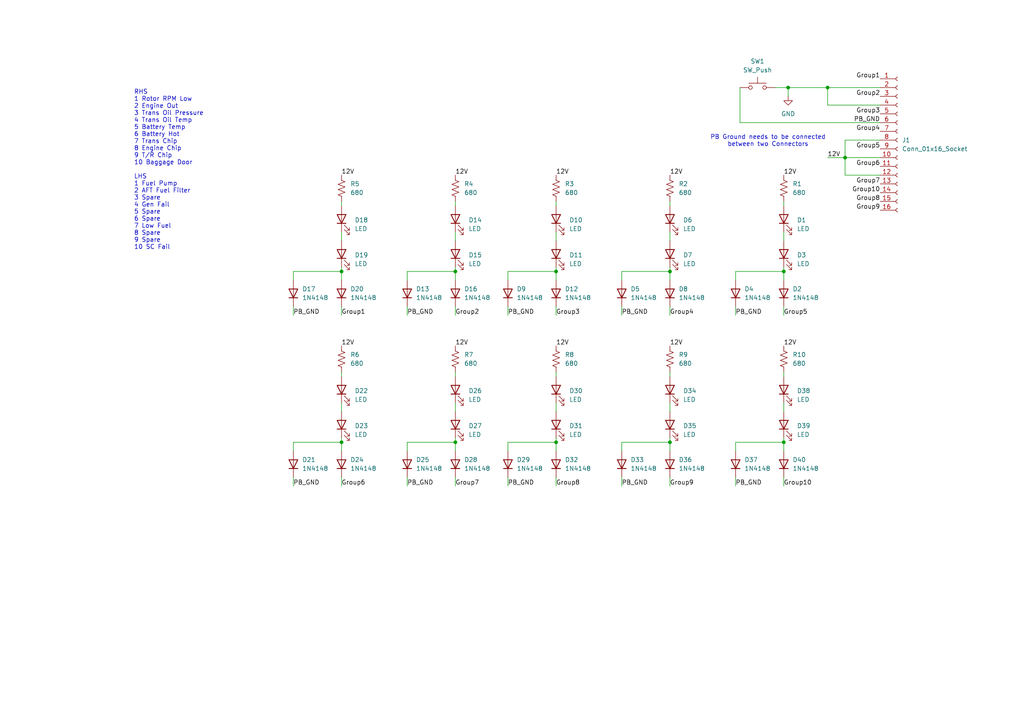
<source format=kicad_sch>
(kicad_sch (version 20250114) (generator "eeschema") (generator_version "9.0")
  (paper "A4")
  (lib_symbols
    (symbol "Connector:Conn_01x16_Socket" (pin_names (offset 1.016) (hide yes))
      (property "Reference" "J" (at 0 20.32 0))
      (property "Value" "Conn_01x16_Socket" (at 0 -22.86 0))
      (symbol "Conn_01x16_Socket_1_1"
        (polyline (pts (xy -1.27 17.78) (xy -0.508 17.78)) (stroke (width 0.1524)))
        (polyline (pts (xy -1.27 15.24) (xy -0.508 15.24)) (stroke (width 0.1524)))
        (polyline (pts (xy -1.27 12.7) (xy -0.508 12.7)) (stroke (width 0.1524)))
        (polyline (pts (xy -1.27 10.16) (xy -0.508 10.16)) (stroke (width 0.1524)))
        (polyline (pts (xy -1.27 7.62) (xy -0.508 7.62)) (stroke (width 0.1524)))
        (polyline (pts (xy -1.27 5.08) (xy -0.508 5.08)) (stroke (width 0.1524)))
        (polyline (pts (xy -1.27 2.54) (xy -0.508 2.54)) (stroke (width 0.1524)))
        (polyline (pts (xy -1.27 0) (xy -0.508 0)) (stroke (width 0.1524)))
        (polyline (pts (xy -1.27 -2.54) (xy -0.508 -2.54)) (stroke (width 0.1524)))
        (polyline (pts (xy -1.27 -5.08) (xy -0.508 -5.08)) (stroke (width 0.1524)))
        (polyline (pts (xy -1.27 -7.62) (xy -0.508 -7.62)) (stroke (width 0.1524)))
        (polyline (pts (xy -1.27 -10.16) (xy -0.508 -10.16)) (stroke (width 0.1524)))
        (polyline (pts (xy -1.27 -12.7) (xy -0.508 -12.7)) (stroke (width 0.1524)))
        (polyline (pts (xy -1.27 -15.24) (xy -0.508 -15.24)) (stroke (width 0.1524)))
        (polyline (pts (xy -1.27 -17.78) (xy -0.508 -17.78)) (stroke (width 0.1524)))
        (polyline (pts (xy -1.27 -20.32) (xy -0.508 -20.32)) (stroke (width 0.1524)))
        (arc (start 0 17.272) (mid -0.5058 17.78) (end 0 18.288) (stroke (width 0.1524)))
        (arc (start 0 14.732) (mid -0.5058 15.24) (end 0 15.748) (stroke (width 0.1524)))
        (arc (start 0 12.192) (mid -0.5058 12.7) (end 0 13.208) (stroke (width 0.1524)))
        (arc (start 0 9.652) (mid -0.5058 10.16) (end 0 10.668) (stroke (width 0.1524)))
        (arc (start 0 7.112) (mid -0.5058 7.62) (end 0 8.128) (stroke (width 0.1524)))
        (arc (start 0 4.572) (mid -0.5058 5.08) (end 0 5.588) (stroke (width 0.1524)))
        (arc (start 0 2.032) (mid -0.5058 2.54) (end 0 3.048) (stroke (width 0.1524)))
        (arc (start 0 -0.508) (mid -0.5058 0) (end 0 0.508) (stroke (width 0.1524)))
        (arc (start 0 -3.048) (mid -0.5058 -2.54) (end 0 -2.032) (stroke (width 0.1524)))
        (arc (start 0 -5.588) (mid -0.5058 -5.08) (end 0 -4.572) (stroke (width 0.1524)))
        (arc (start 0 -8.128) (mid -0.5058 -7.62) (end 0 -7.112) (stroke (width 0.1524)))
        (arc (start 0 -10.668) (mid -0.5058 -10.16) (end 0 -9.652) (stroke (width 0.1524)))
        (arc (start 0 -13.208) (mid -0.5058 -12.7) (end 0 -12.192) (stroke (width 0.1524)))
        (arc (start 0 -15.748) (mid -0.5058 -15.24) (end 0 -14.732) (stroke (width 0.1524)))
        (arc (start 0 -18.288) (mid -0.5058 -17.78) (end 0 -17.272) (stroke (width 0.1524)))
        (arc (start 0 -20.828) (mid -0.5058 -20.32) (end 0 -19.812) (stroke (width 0.1524)))
        (pin passive line (at -5.08 17.78 0) (length 3.81) (name "Pin_1") (number "1"))
        (pin passive line (at -5.08 15.24 0) (length 3.81) (name "Pin_2") (number "2"))
        (pin passive line (at -5.08 12.7 0) (length 3.81) (name "Pin_3") (number "3"))
        (pin passive line (at -5.08 10.16 0) (length 3.81) (name "Pin_4") (number "4"))
        (pin passive line (at -5.08 7.62 0) (length 3.81) (name "Pin_5") (number "5"))
        (pin passive line (at -5.08 5.08 0) (length 3.81) (name "Pin_6") (number "6"))
        (pin passive line (at -5.08 2.54 0) (length 3.81) (name "Pin_7") (number "7"))
        (pin passive line (at -5.08 0 0) (length 3.81) (name "Pin_8") (number "8"))
        (pin passive line (at -5.08 -2.54 0) (length 3.81) (name "Pin_9") (number "9"))
        (pin passive line (at -5.08 -5.08 0) (length 3.81) (name "Pin_10") (number "10"))
        (pin passive line (at -5.08 -7.62 0) (length 3.81) (name "Pin_11") (number "11"))
        (pin passive line (at -5.08 -10.16 0) (length 3.81) (name "Pin_12") (number "12"))
        (pin passive line (at -5.08 -12.7 0) (length 3.81) (name "Pin_13") (number "13"))
        (pin passive line (at -5.08 -15.24 0) (length 3.81) (name "Pin_14") (number "14"))
        (pin passive line (at -5.08 -17.78 0) (length 3.81) (name "Pin_15") (number "15"))
        (pin passive line (at -5.08 -20.32 0) (length 3.81) (name "Pin_16") (number "16"))
      )
    )
    (symbol "Device:LED" (pin_numbers (hide yes)) (pin_names (offset 1.016) (hide yes))
      (property "Reference" "D" (at 0 2.54 0))
      (property "Value" "LED" (at 0 -2.54 0))
      (symbol "LED_0_1"
        (polyline (pts (xy -3.048 -0.762) (xy -4.572 -2.286) (xy -3.81 -2.286) (xy -4.572 -2.286) (xy -4.572 -1.524)))
        (polyline (pts (xy -1.778 -0.762) (xy -3.302 -2.286) (xy -2.54 -2.286) (xy -3.302 -2.286) (xy -3.302 -1.524)))
        (polyline (pts (xy -1.27 0) (xy 1.27 0)))
        (polyline (pts (xy -1.27 -1.27) (xy -1.27 1.27)) (stroke (width 0.254)))
        (polyline (pts (xy 1.27 -1.27) (xy 1.27 1.27) (xy -1.27 0) (xy 1.27 -1.27)) (stroke (width 0.254)))
      )
      (symbol "LED_1_1"
        (pin passive line (at -3.81 0 0) (length 2.54) (name "K") (number "1"))
        (pin passive line (at 3.81 0 180) (length 2.54) (name "A") (number "2"))
      )
    )
    (symbol "Device:R_US" (pin_numbers (hide yes)) (pin_names (offset 0))
      (property "Reference" "R" (at 2.54 0 90))
      (property "Value" "R_US" (at -2.54 0 90))
      (symbol "R_US_0_1"
        (polyline (pts (xy 0 2.286) (xy 0 2.54)))
        (polyline (pts (xy 0 2.286) (xy 1.016 1.905) (xy 0 1.524) (xy -1.016 1.143) (xy 0 0.762)))
        (polyline (pts (xy 0 0.762) (xy 1.016 0.381) (xy 0 0) (xy -1.016 -0.381) (xy 0 -0.762)))
        (polyline (pts (xy 0 -0.762) (xy 1.016 -1.143) (xy 0 -1.524) (xy -1.016 -1.905) (xy 0 -2.286)))
        (polyline (pts (xy 0 -2.286) (xy 0 -2.54)))
      )
      (symbol "R_US_1_1"
        (pin passive line (at 0 3.81 270) (length 1.27) (name "~") (number "1"))
        (pin passive line (at 0 -3.81 90) (length 1.27) (name "~") (number "2"))
      )
    )
    (symbol "Diode:1N4148" (pin_numbers (hide yes)) (pin_names (hide yes))
      (property "Reference" "D" (at 0 2.54 0))
      (property "Value" "1N4148" (at 0 -2.54 0))
      (symbol "1N4148_0_1"
        (polyline (pts (xy -1.27 1.27) (xy -1.27 -1.27)) (stroke (width 0.254)))
        (polyline (pts (xy 1.27 1.27) (xy 1.27 -1.27) (xy -1.27 0) (xy 1.27 1.27)) (stroke (width 0.254)))
        (polyline (pts (xy 1.27 0) (xy -1.27 0)))
      )
      (symbol "1N4148_1_1"
        (pin passive line (at -3.81 0 0) (length 2.54) (name "K") (number "1"))
        (pin passive line (at 3.81 0 180) (length 2.54) (name "A") (number "2"))
      )
    )
    (symbol "Switch:SW_Push" (pin_numbers (hide yes)) (pin_names (offset 1.016) (hide yes))
      (property "Reference" "SW" (at 1.27 2.54 0))
      (property "Value" "SW_Push" (at 0 -1.524 0))
      (symbol "SW_Push_0_1"
        (circle (center -2.032 0) (radius 0.508))
        (polyline (pts (xy 0 1.27) (xy 0 3.048)))
        (circle (center 2.032 0) (radius 0.508))
        (polyline (pts (xy 2.54 1.27) (xy -2.54 1.27)))
        (pin passive line (at -5.08 0 0) (length 2.54) (name "1") (number "1"))
        (pin passive line (at 5.08 0 180) (length 2.54) (name "2") (number "2"))
      )
    )
    (symbol "power:GND" (power) (pin_numbers (hide yes)) (pin_names (offset 0) (hide yes))
      (property "Value" "GND" (at 0 -3.81 0))
      (symbol "GND_0_1"
        (polyline (pts (xy 0 0) (xy 0 -1.27) (xy 1.27 -1.27) (xy 0 -2.54) (xy -1.27 -1.27) (xy 0 -1.27)))
      )
      (symbol "GND_1_1"
        (pin power_in line (at 0 0 270) (length 0) (name "~") (number "1"))
      )
    )
  )
  (text "RHS\n1 Rotor RPM Low\n2 Engine Out\n3 Trans Oil Pressure\n4 Trans Oil Temp\n5 Battery Temp\n6 Battery Hot\n7 Trans Chip\n8 Engine Chip\n9 T/R Chip\n10 Baggage Door\n\nLHS\n1 Fuel Pump\n2 AFT Fuel Filter\n3 Spare\n4 Gen Fail\n5 Spare\n6 Spare\n7 Low Fuel\n8 Spare\n9 Spare\n10 SC Fail" (at 38.862 49.276 0) (effects (font (size 1.27 1.27)) (justify left)))
  (text "PB Ground needs to be connected\nbetween two Connectors" (at 222.758 40.894 0) (effects (font (size 1.27 1.27))))
  (junction (at 99.06 78.74))
  (junction (at 228.6 25.4))
  (junction (at 240.03 25.4))
  (junction (at 227.33 78.74))
  (junction (at 194.31 128.27))
  (junction (at 227.33 128.27))
  (junction (at 245.11 45.72))
  (junction (at 132.08 78.74))
  (junction (at 132.08 128.27))
  (junction (at 161.29 78.74))
  (junction (at 194.31 78.74))
  (junction (at 99.06 128.27))
  (junction (at 161.29 128.27))
  (wire (pts (xy 85.09 138.43) (xy 85.09 140.97)))
  (wire (pts (xy 213.36 78.74) (xy 213.36 81.28)))
  (wire (pts (xy 99.06 128.27) (xy 99.06 127)))
  (wire (pts (xy 161.29 130.81) (xy 161.29 128.27)))
  (wire (pts (xy 147.32 78.74) (xy 147.32 81.28)))
  (wire (pts (xy 180.34 128.27) (xy 180.34 130.81)))
  (wire (pts (xy 194.31 88.9) (xy 194.31 91.44)))
  (wire (pts (xy 214.63 35.56) (xy 214.63 25.4)))
  (wire (pts (xy 132.08 78.74) (xy 132.08 77.47)))
  (wire (pts (xy 99.06 138.43) (xy 99.06 140.97)))
  (wire (pts (xy 85.09 128.27) (xy 85.09 130.81)))
  (wire (pts (xy 161.29 128.27) (xy 147.32 128.27)))
  (wire (pts (xy 132.08 67.31) (xy 132.08 69.85)))
  (wire (pts (xy 255.27 35.56) (xy 214.63 35.56)))
  (wire (pts (xy 227.33 58.42) (xy 227.33 59.69)))
  (wire (pts (xy 245.11 45.72) (xy 255.27 45.72)))
  (wire (pts (xy 99.06 116.84) (xy 99.06 119.38)))
  (wire (pts (xy 161.29 88.9) (xy 161.29 91.44)))
  (wire (pts (xy 161.29 107.95) (xy 161.29 109.22)))
  (wire (pts (xy 99.06 130.81) (xy 99.06 128.27)))
  (wire (pts (xy 147.32 138.43) (xy 147.32 140.97)))
  (wire (pts (xy 194.31 138.43) (xy 194.31 140.97)))
  (wire (pts (xy 227.33 78.74) (xy 227.33 77.47)))
  (wire (pts (xy 240.03 30.48) (xy 255.27 30.48)))
  (wire (pts (xy 227.33 67.31) (xy 227.33 69.85)))
  (wire (pts (xy 194.31 67.31) (xy 194.31 69.85)))
  (wire (pts (xy 161.29 138.43) (xy 161.29 140.97)))
  (wire (pts (xy 227.33 78.74) (xy 213.36 78.74)))
  (wire (pts (xy 194.31 58.42) (xy 194.31 59.69)))
  (wire (pts (xy 161.29 116.84) (xy 161.29 119.38)))
  (wire (pts (xy 132.08 88.9) (xy 132.08 91.44)))
  (wire (pts (xy 227.33 130.81) (xy 227.33 128.27)))
  (wire (pts (xy 99.06 78.74) (xy 99.06 77.47)))
  (wire (pts (xy 194.31 81.28) (xy 194.31 78.74)))
  (wire (pts (xy 227.33 128.27) (xy 213.36 128.27)))
  (wire (pts (xy 132.08 78.74) (xy 118.11 78.74)))
  (wire (pts (xy 132.08 107.95) (xy 132.08 109.22)))
  (wire (pts (xy 213.36 88.9) (xy 213.36 91.44)))
  (wire (pts (xy 227.33 107.95) (xy 227.33 109.22)))
  (wire (pts (xy 194.31 107.95) (xy 194.31 109.22)))
  (wire (pts (xy 147.32 128.27) (xy 147.32 130.81)))
  (wire (pts (xy 224.79 25.4) (xy 228.6 25.4)))
  (wire (pts (xy 99.06 81.28) (xy 99.06 78.74)))
  (wire (pts (xy 99.06 107.95) (xy 99.06 109.22)))
  (wire (pts (xy 118.11 78.74) (xy 118.11 81.28)))
  (wire (pts (xy 255.27 40.64) (xy 245.11 40.64)))
  (wire (pts (xy 245.11 40.64) (xy 245.11 45.72)))
  (wire (pts (xy 161.29 67.31) (xy 161.29 69.85)))
  (wire (pts (xy 227.33 81.28) (xy 227.33 78.74)))
  (wire (pts (xy 194.31 128.27) (xy 180.34 128.27)))
  (wire (pts (xy 118.11 88.9) (xy 118.11 91.44)))
  (wire (pts (xy 132.08 130.81) (xy 132.08 128.27)))
  (wire (pts (xy 161.29 78.74) (xy 147.32 78.74)))
  (wire (pts (xy 85.09 78.74) (xy 85.09 81.28)))
  (wire (pts (xy 147.32 88.9) (xy 147.32 91.44)))
  (wire (pts (xy 194.31 116.84) (xy 194.31 119.38)))
  (wire (pts (xy 161.29 81.28) (xy 161.29 78.74)))
  (wire (pts (xy 194.31 78.74) (xy 180.34 78.74)))
  (wire (pts (xy 228.6 25.4) (xy 228.6 27.94)))
  (wire (pts (xy 118.11 138.43) (xy 118.11 140.97)))
  (wire (pts (xy 132.08 81.28) (xy 132.08 78.74)))
  (wire (pts (xy 228.6 25.4) (xy 240.03 25.4)))
  (wire (pts (xy 99.06 128.27) (xy 85.09 128.27)))
  (wire (pts (xy 194.31 128.27) (xy 194.31 127)))
  (wire (pts (xy 240.03 45.72) (xy 245.11 45.72)))
  (wire (pts (xy 161.29 58.42) (xy 161.29 59.69)))
  (wire (pts (xy 240.03 25.4) (xy 255.27 25.4)))
  (wire (pts (xy 194.31 130.81) (xy 194.31 128.27)))
  (wire (pts (xy 118.11 128.27) (xy 118.11 130.81)))
  (wire (pts (xy 132.08 116.84) (xy 132.08 119.38)))
  (wire (pts (xy 180.34 88.9) (xy 180.34 91.44)))
  (wire (pts (xy 132.08 128.27) (xy 118.11 128.27)))
  (wire (pts (xy 213.36 138.43) (xy 213.36 140.97)))
  (wire (pts (xy 132.08 128.27) (xy 132.08 127)))
  (wire (pts (xy 180.34 138.43) (xy 180.34 140.97)))
  (wire (pts (xy 213.36 128.27) (xy 213.36 130.81)))
  (wire (pts (xy 245.11 50.8) (xy 255.27 50.8)))
  (wire (pts (xy 180.34 78.74) (xy 180.34 81.28)))
  (wire (pts (xy 227.33 138.43) (xy 227.33 140.97)))
  (wire (pts (xy 194.31 78.74) (xy 194.31 77.47)))
  (wire (pts (xy 132.08 58.42) (xy 132.08 59.69)))
  (wire (pts (xy 99.06 67.31) (xy 99.06 69.85)))
  (wire (pts (xy 161.29 78.74) (xy 161.29 77.47)))
  (wire (pts (xy 245.11 45.72) (xy 245.11 50.8)))
  (wire (pts (xy 161.29 128.27) (xy 161.29 127)))
  (wire (pts (xy 99.06 88.9) (xy 99.06 91.44)))
  (wire (pts (xy 85.09 88.9) (xy 85.09 91.44)))
  (wire (pts (xy 240.03 25.4) (xy 240.03 30.48)))
  (wire (pts (xy 227.33 116.84) (xy 227.33 119.38)))
  (wire (pts (xy 99.06 78.74) (xy 85.09 78.74)))
  (wire (pts (xy 132.08 138.43) (xy 132.08 140.97)))
  (wire (pts (xy 227.33 128.27) (xy 227.33 127)))
  (wire (pts (xy 227.33 88.9) (xy 227.33 91.44)))
  (wire (pts (xy 99.06 58.42) (xy 99.06 59.69)))
  (label "Group9" (at 194.31 140.97 0))
  (label "Group3" (at 161.29 91.44 0))
  (label "PB_GND" (at 118.11 140.97 0))
  (label "Group3" (at 255.27 33.02 180))
  (label "12V" (at 161.29 100.33 0))
  (label "12V" (at 194.31 100.33 0))
  (label "12V" (at 194.31 50.8 0))
  (label "Group2" (at 255.27 27.94 180))
  (label "Group6" (at 255.27 48.26 180))
  (label "Group10" (at 227.33 140.97 0))
  (label "PB_GND" (at 147.32 140.97 0))
  (label "Group5" (at 227.33 91.44 0))
  (label "12V" (at 99.06 100.33 0))
  (label "Group7" (at 132.08 140.97 0))
  (label "Group5" (at 255.27 43.18 180))
  (label "PB_GND" (at 213.36 91.44 0))
  (label "PB_GND" (at 85.09 140.97 0))
  (label "PB_GND" (at 213.36 140.97 0))
  (label "Group2" (at 132.08 91.44 0))
  (label "12V" (at 132.08 100.33 0))
  (label "PB_GND" (at 180.34 91.44 0))
  (label "Group10" (at 255.27 55.88 180))
  (label "12V" (at 99.06 50.8 0))
  (label "Group1" (at 99.06 91.44 0))
  (label "Group8" (at 255.27 58.42 180))
  (label "Group8" (at 161.29 140.97 0))
  (label "Group9" (at 255.27 60.96 180))
  (label "12V" (at 132.08 50.8 0))
  (label "12V" (at 227.33 100.33 0))
  (label "12V" (at 161.29 50.8 0))
  (label "PB_GND" (at 118.11 91.44 0))
  (label "PB_GND" (at 147.32 91.44 0))
  (label "PB_GND" (at 180.34 140.97 0))
  (label "Group4" (at 255.27 38.1 180))
  (label "PB_GND" (at 247.65 35.56 0))
  (label "12V" (at 227.33 50.8 0))
  (label "PB_GND" (at 85.09 91.44 0))
  (label "Group6" (at 99.06 140.97 0))
  (label "Group4" (at 194.31 91.44 0))
  (label "Group1" (at 255.27 22.86 180))
  (label "Group7" (at 255.27 53.34 180))
  (label "12V" (at 240.03 45.72 0))
  (symbol (lib_id "Device:LED") (at 161.29 63.5 90) (unit 1)
    (property "Reference" "D10" (at 165.1 63.8174 90) (effects (justify right)))
    (property "Value" "LED" (at 165.1 66.3574 90) (effects (justify right)))
    (property "Description" "Light emitting diode" (effects (hide yes)))
    (property "Sim.Pins" "1=K 2=A" (effects (hide yes)))
  )
  (symbol (lib_id "Device:LED") (at 227.33 123.19 90) (unit 1)
    (property "Reference" "D39" (at 231.14 123.5074 90) (effects (justify right)))
    (property "Value" "LED" (at 231.14 126.0474 90) (effects (justify right)))
    (property "Description" "Light emitting diode" (effects (hide yes)))
    (property "Sim.Pins" "1=K 2=A" (effects (hide yes)))
  )
  (symbol (lib_id "Diode:1N4148") (at 213.36 134.62 90) (unit 1)
    (property "Reference" "D37" (at 215.9 133.3499 90) (effects (justify right)))
    (property "Value" "1N4148" (at 215.9 135.8899 90) (effects (justify right)))
    (property "Footprint" "Diode_THT:D_DO-35_SOD27_P7.62mm_Horizontal" (effects (hide yes)))
    (property "Datasheet" "https://assets.nexperia.com/documents/data-sheet/1N4148_1N4448.pdf" (effects (hide yes)))
    (property "Description" "100V 0.15A standard switching diode, DO-35" (effects (hide yes)))
    (property "Sim.Device" "D" (effects (hide yes)))
    (property "Sim.Pins" "1=K 2=A" (effects (hide yes)))
  )
  (symbol (lib_id "Diode:1N4148") (at 194.31 85.09 90) (unit 1)
    (property "Reference" "D8" (at 196.85 83.8199 90) (effects (justify right)))
    (property "Value" "1N4148" (at 196.85 86.3599 90) (effects (justify right)))
    (property "Footprint" "Diode_THT:D_DO-35_SOD27_P7.62mm_Horizontal" (effects (hide yes)))
    (property "Datasheet" "https://assets.nexperia.com/documents/data-sheet/1N4148_1N4448.pdf" (effects (hide yes)))
    (property "Description" "100V 0.15A standard switching diode, DO-35" (effects (hide yes)))
    (property "Sim.Device" "D" (effects (hide yes)))
    (property "Sim.Pins" "1=K 2=A" (effects (hide yes)))
  )
  (symbol (lib_id "Device:LED") (at 194.31 73.66 90) (unit 1)
    (property "Reference" "D7" (at 198.12 73.9774 90) (effects (justify right)))
    (property "Value" "LED" (at 198.12 76.5174 90) (effects (justify right)))
    (property "Description" "Light emitting diode" (effects (hide yes)))
    (property "Sim.Pins" "1=K 2=A" (effects (hide yes)))
  )
  (symbol (lib_id "Diode:1N4148") (at 118.11 85.09 90) (unit 1)
    (property "Reference" "D13" (at 120.65 83.8199 90) (effects (justify right)))
    (property "Value" "1N4148" (at 120.65 86.3599 90) (effects (justify right)))
    (property "Footprint" "Diode_THT:D_DO-35_SOD27_P7.62mm_Horizontal" (effects (hide yes)))
    (property "Datasheet" "https://assets.nexperia.com/documents/data-sheet/1N4148_1N4448.pdf" (effects (hide yes)))
    (property "Description" "100V 0.15A standard switching diode, DO-35" (effects (hide yes)))
    (property "Sim.Device" "D" (effects (hide yes)))
    (property "Sim.Pins" "1=K 2=A" (effects (hide yes)))
  )
  (symbol (lib_id "Device:R_US") (at 99.06 104.14 0) (unit 1)
    (property "Reference" "R6" (at 101.6 102.8699 0) (effects (justify left)))
    (property "Value" "680" (at 101.6 105.4099 0) (effects (justify left)))
    (property "Description" "Resistor, US symbol" (effects (hide yes)))
  )
  (symbol (lib_id "Device:R_US") (at 194.31 104.14 0) (unit 1)
    (property "Reference" "R9" (at 196.85 102.8699 0) (effects (justify left)))
    (property "Value" "680" (at 196.85 105.4099 0) (effects (justify left)))
    (property "Description" "Resistor, US symbol" (effects (hide yes)))
  )
  (symbol (lib_id "Device:LED") (at 194.31 63.5 90) (unit 1)
    (property "Reference" "D6" (at 198.12 63.8174 90) (effects (justify right)))
    (property "Value" "LED" (at 198.12 66.3574 90) (effects (justify right)))
    (property "Description" "Light emitting diode" (effects (hide yes)))
    (property "Sim.Pins" "1=K 2=A" (effects (hide yes)))
  )
  (symbol (lib_id "Device:LED") (at 99.06 73.66 90) (unit 1)
    (property "Reference" "D19" (at 102.87 73.9774 90) (effects (justify right)))
    (property "Value" "LED" (at 102.87 76.5174 90) (effects (justify right)))
    (property "Description" "Light emitting diode" (effects (hide yes)))
    (property "Sim.Pins" "1=K 2=A" (effects (hide yes)))
  )
  (symbol (lib_id "Diode:1N4148") (at 99.06 85.09 90) (unit 1)
    (property "Reference" "D20" (at 101.6 83.8199 90) (effects (justify right)))
    (property "Value" "1N4148" (at 101.6 86.3599 90) (effects (justify right)))
    (property "Footprint" "Diode_THT:D_DO-35_SOD27_P7.62mm_Horizontal" (effects (hide yes)))
    (property "Datasheet" "https://assets.nexperia.com/documents/data-sheet/1N4148_1N4448.pdf" (effects (hide yes)))
    (property "Description" "100V 0.15A standard switching diode, DO-35" (effects (hide yes)))
    (property "Sim.Device" "D" (effects (hide yes)))
    (property "Sim.Pins" "1=K 2=A" (effects (hide yes)))
  )
  (symbol (lib_id "Switch:SW_Push") (at 219.71 25.4 0) (unit 1)
    (property "Reference" "SW1" (at 219.71 17.78 0))
    (property "Value" "SW_Push" (at 219.71 20.32 0))
    (property "Description" "Push button switch, generic, two pins" (effects (hide yes)))
  )
  (symbol (lib_id "Device:R_US") (at 227.33 104.14 0) (unit 1)
    (property "Reference" "R10" (at 229.87 102.8699 0) (effects (justify left)))
    (property "Value" "680" (at 229.87 105.4099 0) (effects (justify left)))
    (property "Description" "Resistor, US symbol" (effects (hide yes)))
  )
  (symbol (lib_id "Device:R_US") (at 161.29 104.14 0) (unit 1)
    (property "Reference" "R8" (at 163.83 102.8699 0) (effects (justify left)))
    (property "Value" "680" (at 163.83 105.4099 0) (effects (justify left)))
    (property "Description" "Resistor, US symbol" (effects (hide yes)))
  )
  (symbol (lib_id "Device:LED") (at 194.31 123.19 90) (unit 1)
    (property "Reference" "D35" (at 198.12 123.5074 90) (effects (justify right)))
    (property "Value" "LED" (at 198.12 126.0474 90) (effects (justify right)))
    (property "Description" "Light emitting diode" (effects (hide yes)))
    (property "Sim.Pins" "1=K 2=A" (effects (hide yes)))
  )
  (symbol (lib_id "Diode:1N4148") (at 227.33 85.09 90) (unit 1)
    (property "Reference" "D2" (at 229.87 83.8199 90) (effects (justify right)))
    (property "Value" "1N4148" (at 229.87 86.3599 90) (effects (justify right)))
    (property "Footprint" "Diode_THT:D_DO-35_SOD27_P7.62mm_Horizontal" (effects (hide yes)))
    (property "Datasheet" "https://assets.nexperia.com/documents/data-sheet/1N4148_1N4448.pdf" (effects (hide yes)))
    (property "Description" "100V 0.15A standard switching diode, DO-35" (effects (hide yes)))
    (property "Sim.Device" "D" (effects (hide yes)))
    (property "Sim.Pins" "1=K 2=A" (effects (hide yes)))
  )
  (symbol (lib_id "Device:R_US") (at 132.08 54.61 0) (unit 1)
    (property "Reference" "R4" (at 134.62 53.3399 0) (effects (justify left)))
    (property "Value" "680" (at 134.62 55.8799 0) (effects (justify left)))
    (property "Description" "Resistor, US symbol" (effects (hide yes)))
  )
  (symbol (lib_id "Device:LED") (at 161.29 73.66 90) (unit 1)
    (property "Reference" "D11" (at 165.1 73.9774 90) (effects (justify right)))
    (property "Value" "LED" (at 165.1 76.5174 90) (effects (justify right)))
    (property "Description" "Light emitting diode" (effects (hide yes)))
    (property "Sim.Pins" "1=K 2=A" (effects (hide yes)))
  )
  (symbol (lib_id "Diode:1N4148") (at 132.08 85.09 90) (unit 1)
    (property "Reference" "D16" (at 134.62 83.8199 90) (effects (justify right)))
    (property "Value" "1N4148" (at 134.62 86.3599 90) (effects (justify right)))
    (property "Footprint" "Diode_THT:D_DO-35_SOD27_P7.62mm_Horizontal" (effects (hide yes)))
    (property "Datasheet" "https://assets.nexperia.com/documents/data-sheet/1N4148_1N4448.pdf" (effects (hide yes)))
    (property "Description" "100V 0.15A standard switching diode, DO-35" (effects (hide yes)))
    (property "Sim.Device" "D" (effects (hide yes)))
    (property "Sim.Pins" "1=K 2=A" (effects (hide yes)))
  )
  (symbol (lib_id "Device:R_US") (at 161.29 54.61 0) (unit 1)
    (property "Reference" "R3" (at 163.83 53.3399 0) (effects (justify left)))
    (property "Value" "680" (at 163.83 55.8799 0) (effects (justify left)))
    (property "Description" "Resistor, US symbol" (effects (hide yes)))
  )
  (symbol (lib_id "Connector:Conn_01x16_Socket") (at 260.35 40.64 0) (unit 1)
    (property "Reference" "J1" (at 261.62 40.6399 0) (effects (justify left)))
    (property "Value" "Conn_01x16_Socket" (at 261.62 43.1799 0) (effects (justify left)))
    (property "Description" "Generic connector, single row, 01x16, script generated" (effects (hide yes)))
  )
  (symbol (lib_id "Device:LED") (at 99.06 63.5 90) (unit 1)
    (property "Reference" "D18" (at 102.87 63.8174 90) (effects (justify right)))
    (property "Value" "LED" (at 102.87 66.3574 90) (effects (justify right)))
    (property "Description" "Light emitting diode" (effects (hide yes)))
    (property "Sim.Pins" "1=K 2=A" (effects (hide yes)))
  )
  (symbol (lib_id "power:GND") (at 228.6 27.94 0) (unit 1)
    (property "Reference" "#PWR01" (effects (hide yes)))
    (property "Value" "GND" (at 228.6 33.02 0))
    (property "Description" "Power symbol creates a global label with name \"GND\" , ground" (effects (hide yes)))
  )
  (symbol (lib_id "Device:LED") (at 99.06 113.03 90) (unit 1)
    (property "Reference" "D22" (at 102.87 113.3474 90) (effects (justify right)))
    (property "Value" "LED" (at 102.87 115.8874 90) (effects (justify right)))
    (property "Description" "Light emitting diode" (effects (hide yes)))
    (property "Sim.Pins" "1=K 2=A" (effects (hide yes)))
  )
  (symbol (lib_id "Diode:1N4148") (at 161.29 85.09 90) (unit 1)
    (property "Reference" "D12" (at 163.83 83.8199 90) (effects (justify right)))
    (property "Value" "1N4148" (at 163.83 86.3599 90) (effects (justify right)))
    (property "Footprint" "Diode_THT:D_DO-35_SOD27_P7.62mm_Horizontal" (effects (hide yes)))
    (property "Datasheet" "https://assets.nexperia.com/documents/data-sheet/1N4148_1N4448.pdf" (effects (hide yes)))
    (property "Description" "100V 0.15A standard switching diode, DO-35" (effects (hide yes)))
    (property "Sim.Device" "D" (effects (hide yes)))
    (property "Sim.Pins" "1=K 2=A" (effects (hide yes)))
  )
  (symbol (lib_id "Device:LED") (at 132.08 73.66 90) (unit 1)
    (property "Reference" "D15" (at 135.89 73.9774 90) (effects (justify right)))
    (property "Value" "LED" (at 135.89 76.5174 90) (effects (justify right)))
    (property "Description" "Light emitting diode" (effects (hide yes)))
    (property "Sim.Pins" "1=K 2=A" (effects (hide yes)))
  )
  (symbol (lib_id "Diode:1N4148") (at 194.31 134.62 90) (unit 1)
    (property "Reference" "D36" (at 196.85 133.3499 90) (effects (justify right)))
    (property "Value" "1N4148" (at 196.85 135.8899 90) (effects (justify right)))
    (property "Footprint" "Diode_THT:D_DO-35_SOD27_P7.62mm_Horizontal" (effects (hide yes)))
    (property "Datasheet" "https://assets.nexperia.com/documents/data-sheet/1N4148_1N4448.pdf" (effects (hide yes)))
    (property "Description" "100V 0.15A standard switching diode, DO-35" (effects (hide yes)))
    (property "Sim.Device" "D" (effects (hide yes)))
    (property "Sim.Pins" "1=K 2=A" (effects (hide yes)))
  )
  (symbol (lib_id "Diode:1N4148") (at 180.34 134.62 90) (unit 1)
    (property "Reference" "D33" (at 182.88 133.3499 90) (effects (justify right)))
    (property "Value" "1N4148" (at 182.88 135.8899 90) (effects (justify right)))
    (property "Footprint" "Diode_THT:D_DO-35_SOD27_P7.62mm_Horizontal" (effects (hide yes)))
    (property "Datasheet" "https://assets.nexperia.com/documents/data-sheet/1N4148_1N4448.pdf" (effects (hide yes)))
    (property "Description" "100V 0.15A standard switching diode, DO-35" (effects (hide yes)))
    (property "Sim.Device" "D" (effects (hide yes)))
    (property "Sim.Pins" "1=K 2=A" (effects (hide yes)))
  )
  (symbol (lib_id "Diode:1N4148") (at 99.06 134.62 90) (unit 1)
    (property "Reference" "D24" (at 101.6 133.3499 90) (effects (justify right)))
    (property "Value" "1N4148" (at 101.6 135.8899 90) (effects (justify right)))
    (property "Footprint" "Diode_THT:D_DO-35_SOD27_P7.62mm_Horizontal" (effects (hide yes)))
    (property "Datasheet" "https://assets.nexperia.com/documents/data-sheet/1N4148_1N4448.pdf" (effects (hide yes)))
    (property "Description" "100V 0.15A standard switching diode, DO-35" (effects (hide yes)))
    (property "Sim.Device" "D" (effects (hide yes)))
    (property "Sim.Pins" "1=K 2=A" (effects (hide yes)))
  )
  (symbol (lib_id "Device:LED") (at 227.33 63.5 90) (unit 1)
    (property "Reference" "D1" (at 231.14 63.8174 90) (effects (justify right)))
    (property "Value" "LED" (at 231.14 66.3574 90) (effects (justify right)))
    (property "Description" "Light emitting diode" (effects (hide yes)))
    (property "Sim.Pins" "1=K 2=A" (effects (hide yes)))
  )
  (symbol (lib_id "Diode:1N4148") (at 161.29 134.62 90) (unit 1)
    (property "Reference" "D32" (at 163.83 133.3499 90) (effects (justify right)))
    (property "Value" "1N4148" (at 163.83 135.8899 90) (effects (justify right)))
    (property "Footprint" "Diode_THT:D_DO-35_SOD27_P7.62mm_Horizontal" (effects (hide yes)))
    (property "Datasheet" "https://assets.nexperia.com/documents/data-sheet/1N4148_1N4448.pdf" (effects (hide yes)))
    (property "Description" "100V 0.15A standard switching diode, DO-35" (effects (hide yes)))
    (property "Sim.Device" "D" (effects (hide yes)))
    (property "Sim.Pins" "1=K 2=A" (effects (hide yes)))
  )
  (symbol (lib_id "Device:R_US") (at 194.31 54.61 0) (unit 1)
    (property "Reference" "R2" (at 196.85 53.3399 0) (effects (justify left)))
    (property "Value" "680" (at 196.85 55.8799 0) (effects (justify left)))
    (property "Description" "Resistor, US symbol" (effects (hide yes)))
  )
  (symbol (lib_id "Diode:1N4148") (at 118.11 134.62 90) (unit 1)
    (property "Reference" "D25" (at 120.65 133.3499 90) (effects (justify right)))
    (property "Value" "1N4148" (at 120.65 135.8899 90) (effects (justify right)))
    (property "Footprint" "Diode_THT:D_DO-35_SOD27_P7.62mm_Horizontal" (effects (hide yes)))
    (property "Datasheet" "https://assets.nexperia.com/documents/data-sheet/1N4148_1N4448.pdf" (effects (hide yes)))
    (property "Description" "100V 0.15A standard switching diode, DO-35" (effects (hide yes)))
    (property "Sim.Device" "D" (effects (hide yes)))
    (property "Sim.Pins" "1=K 2=A" (effects (hide yes)))
  )
  (symbol (lib_id "Device:LED") (at 227.33 113.03 90) (unit 1)
    (property "Reference" "D38" (at 231.14 113.3474 90) (effects (justify right)))
    (property "Value" "LED" (at 231.14 115.8874 90) (effects (justify right)))
    (property "Description" "Light emitting diode" (effects (hide yes)))
    (property "Sim.Pins" "1=K 2=A" (effects (hide yes)))
  )
  (symbol (lib_id "Diode:1N4148") (at 132.08 134.62 90) (unit 1)
    (property "Reference" "D28" (at 134.62 133.3499 90) (effects (justify right)))
    (property "Value" "1N4148" (at 134.62 135.8899 90) (effects (justify right)))
    (property "Footprint" "Diode_THT:D_DO-35_SOD27_P7.62mm_Horizontal" (effects (hide yes)))
    (property "Datasheet" "https://assets.nexperia.com/documents/data-sheet/1N4148_1N4448.pdf" (effects (hide yes)))
    (property "Description" "100V 0.15A standard switching diode, DO-35" (effects (hide yes)))
    (property "Sim.Device" "D" (effects (hide yes)))
    (property "Sim.Pins" "1=K 2=A" (effects (hide yes)))
  )
  (symbol (lib_id "Device:LED") (at 194.31 113.03 90) (unit 1)
    (property "Reference" "D34" (at 198.12 113.3474 90) (effects (justify right)))
    (property "Value" "LED" (at 198.12 115.8874 90) (effects (justify right)))
    (property "Description" "Light emitting diode" (effects (hide yes)))
    (property "Sim.Pins" "1=K 2=A" (effects (hide yes)))
  )
  (symbol (lib_id "Diode:1N4148") (at 213.36 85.09 90) (unit 1)
    (property "Reference" "D4" (at 215.9 83.8199 90) (effects (justify right)))
    (property "Value" "1N4148" (at 215.9 86.3599 90) (effects (justify right)))
    (property "Footprint" "Diode_THT:D_DO-35_SOD27_P7.62mm_Horizontal" (effects (hide yes)))
    (property "Datasheet" "https://assets.nexperia.com/documents/data-sheet/1N4148_1N4448.pdf" (effects (hide yes)))
    (property "Description" "100V 0.15A standard switching diode, DO-35" (effects (hide yes)))
    (property "Sim.Device" "D" (effects (hide yes)))
    (property "Sim.Pins" "1=K 2=A" (effects (hide yes)))
  )
  (symbol (lib_id "Device:LED") (at 161.29 123.19 90) (unit 1)
    (property "Reference" "D31" (at 165.1 123.5074 90) (effects (justify right)))
    (property "Value" "LED" (at 165.1 126.0474 90) (effects (justify right)))
    (property "Description" "Light emitting diode" (effects (hide yes)))
    (property "Sim.Pins" "1=K 2=A" (effects (hide yes)))
  )
  (symbol (lib_id "Diode:1N4148") (at 85.09 134.62 90) (unit 1)
    (property "Reference" "D21" (at 87.63 133.3499 90) (effects (justify right)))
    (property "Value" "1N4148" (at 87.63 135.8899 90) (effects (justify right)))
    (property "Footprint" "Diode_THT:D_DO-35_SOD27_P7.62mm_Horizontal" (effects (hide yes)))
    (property "Datasheet" "https://assets.nexperia.com/documents/data-sheet/1N4148_1N4448.pdf" (effects (hide yes)))
    (property "Description" "100V 0.15A standard switching diode, DO-35" (effects (hide yes)))
    (property "Sim.Device" "D" (effects (hide yes)))
    (property "Sim.Pins" "1=K 2=A" (effects (hide yes)))
  )
  (symbol (lib_id "Diode:1N4148") (at 147.32 85.09 90) (unit 1)
    (property "Reference" "D9" (at 149.86 83.8199 90) (effects (justify right)))
    (property "Value" "1N4148" (at 149.86 86.3599 90) (effects (justify right)))
    (property "Footprint" "Diode_THT:D_DO-35_SOD27_P7.62mm_Horizontal" (effects (hide yes)))
    (property "Datasheet" "https://assets.nexperia.com/documents/data-sheet/1N4148_1N4448.pdf" (effects (hide yes)))
    (property "Description" "100V 0.15A standard switching diode, DO-35" (effects (hide yes)))
    (property "Sim.Device" "D" (effects (hide yes)))
    (property "Sim.Pins" "1=K 2=A" (effects (hide yes)))
  )
  (symbol (lib_id "Diode:1N4148") (at 227.33 134.62 90) (unit 1)
    (property "Reference" "D40" (at 229.87 133.3499 90) (effects (justify right)))
    (property "Value" "1N4148" (at 229.87 135.8899 90) (effects (justify right)))
    (property "Footprint" "Diode_THT:D_DO-35_SOD27_P7.62mm_Horizontal" (effects (hide yes)))
    (property "Datasheet" "https://assets.nexperia.com/documents/data-sheet/1N4148_1N4448.pdf" (effects (hide yes)))
    (property "Description" "100V 0.15A standard switching diode, DO-35" (effects (hide yes)))
    (property "Sim.Device" "D" (effects (hide yes)))
    (property "Sim.Pins" "1=K 2=A" (effects (hide yes)))
  )
  (symbol (lib_id "Device:LED") (at 99.06 123.19 90) (unit 1)
    (property "Reference" "D23" (at 102.87 123.5074 90) (effects (justify right)))
    (property "Value" "LED" (at 102.87 126.0474 90) (effects (justify right)))
    (property "Description" "Light emitting diode" (effects (hide yes)))
    (property "Sim.Pins" "1=K 2=A" (effects (hide yes)))
  )
  (symbol (lib_id "Device:LED") (at 132.08 63.5 90) (unit 1)
    (property "Reference" "D14" (at 135.89 63.8174 90) (effects (justify right)))
    (property "Value" "LED" (at 135.89 66.3574 90) (effects (justify right)))
    (property "Description" "Light emitting diode" (effects (hide yes)))
    (property "Sim.Pins" "1=K 2=A" (effects (hide yes)))
  )
  (symbol (lib_id "Diode:1N4148") (at 147.32 134.62 90) (unit 1)
    (property "Reference" "D29" (at 149.86 133.3499 90) (effects (justify right)))
    (property "Value" "1N4148" (at 149.86 135.8899 90) (effects (justify right)))
    (property "Footprint" "Diode_THT:D_DO-35_SOD27_P7.62mm_Horizontal" (effects (hide yes)))
    (property "Datasheet" "https://assets.nexperia.com/documents/data-sheet/1N4148_1N4448.pdf" (effects (hide yes)))
    (property "Description" "100V 0.15A standard switching diode, DO-35" (effects (hide yes)))
    (property "Sim.Device" "D" (effects (hide yes)))
    (property "Sim.Pins" "1=K 2=A" (effects (hide yes)))
  )
  (symbol (lib_id "Device:LED") (at 227.33 73.66 90) (unit 1)
    (property "Reference" "D3" (at 231.14 73.9774 90) (effects (justify right)))
    (property "Value" "LED" (at 231.14 76.5174 90) (effects (justify right)))
    (property "Description" "Light emitting diode" (effects (hide yes)))
    (property "Sim.Pins" "1=K 2=A" (effects (hide yes)))
  )
  (symbol (lib_id "Device:LED") (at 161.29 113.03 90) (unit 1)
    (property "Reference" "D30" (at 165.1 113.3474 90) (effects (justify right)))
    (property "Value" "LED" (at 165.1 115.8874 90) (effects (justify right)))
    (property "Description" "Light emitting diode" (effects (hide yes)))
    (property "Sim.Pins" "1=K 2=A" (effects (hide yes)))
  )
  (symbol (lib_id "Device:R_US") (at 99.06 54.61 0) (unit 1)
    (property "Reference" "R5" (at 101.6 53.3399 0) (effects (justify left)))
    (property "Value" "680" (at 101.6 55.8799 0) (effects (justify left)))
    (property "Description" "Resistor, US symbol" (effects (hide yes)))
  )
  (symbol (lib_id "Device:R_US") (at 132.08 104.14 0) (unit 1)
    (property "Reference" "R7" (at 134.62 102.8699 0) (effects (justify left)))
    (property "Value" "680" (at 134.62 105.4099 0) (effects (justify left)))
    (property "Description" "Resistor, US symbol" (effects (hide yes)))
  )
  (symbol (lib_id "Device:LED") (at 132.08 113.03 90) (unit 1)
    (property "Reference" "D26" (at 135.89 113.3474 90) (effects (justify right)))
    (property "Value" "LED" (at 135.89 115.8874 90) (effects (justify right)))
    (property "Description" "Light emitting diode" (effects (hide yes)))
    (property "Sim.Pins" "1=K 2=A" (effects (hide yes)))
  )
  (symbol (lib_id "Device:LED") (at 132.08 123.19 90) (unit 1)
    (property "Reference" "D27" (at 135.89 123.5074 90) (effects (justify right)))
    (property "Value" "LED" (at 135.89 126.0474 90) (effects (justify right)))
    (property "Description" "Light emitting diode" (effects (hide yes)))
    (property "Sim.Pins" "1=K 2=A" (effects (hide yes)))
  )
  (symbol (lib_id "Device:R_US") (at 227.33 54.61 0) (unit 1)
    (property "Reference" "R1" (at 229.87 53.3399 0) (effects (justify left)))
    (property "Value" "680" (at 229.87 55.8799 0) (effects (justify left)))
    (property "Description" "Resistor, US symbol" (effects (hide yes)))
  )
  (symbol (lib_id "Diode:1N4148") (at 85.09 85.09 90) (unit 1)
    (property "Reference" "D17" (at 87.63 83.8199 90) (effects (justify right)))
    (property "Value" "1N4148" (at 87.63 86.3599 90) (effects (justify right)))
    (property "Footprint" "Diode_THT:D_DO-35_SOD27_P7.62mm_Horizontal" (effects (hide yes)))
    (property "Datasheet" "https://assets.nexperia.com/documents/data-sheet/1N4148_1N4448.pdf" (effects (hide yes)))
    (property "Description" "100V 0.15A standard switching diode, DO-35" (effects (hide yes)))
    (property "Sim.Device" "D" (effects (hide yes)))
    (property "Sim.Pins" "1=K 2=A" (effects (hide yes)))
  )
  (symbol (lib_id "Diode:1N4148") (at 180.34 85.09 90) (unit 1)
    (property "Reference" "D5" (at 182.88 83.8199 90) (effects (justify right)))
    (property "Value" "1N4148" (at 182.88 86.3599 90) (effects (justify right)))
    (property "Footprint" "Diode_THT:D_DO-35_SOD27_P7.62mm_Horizontal" (effects (hide yes)))
    (property "Datasheet" "https://assets.nexperia.com/documents/data-sheet/1N4148_1N4448.pdf" (effects (hide yes)))
    (property "Description" "100V 0.15A standard switching diode, DO-35" (effects (hide yes)))
    (property "Sim.Device" "D" (effects (hide yes)))
    (property "Sim.Pins" "1=K 2=A" (effects (hide yes)))
  )
)
</source>
